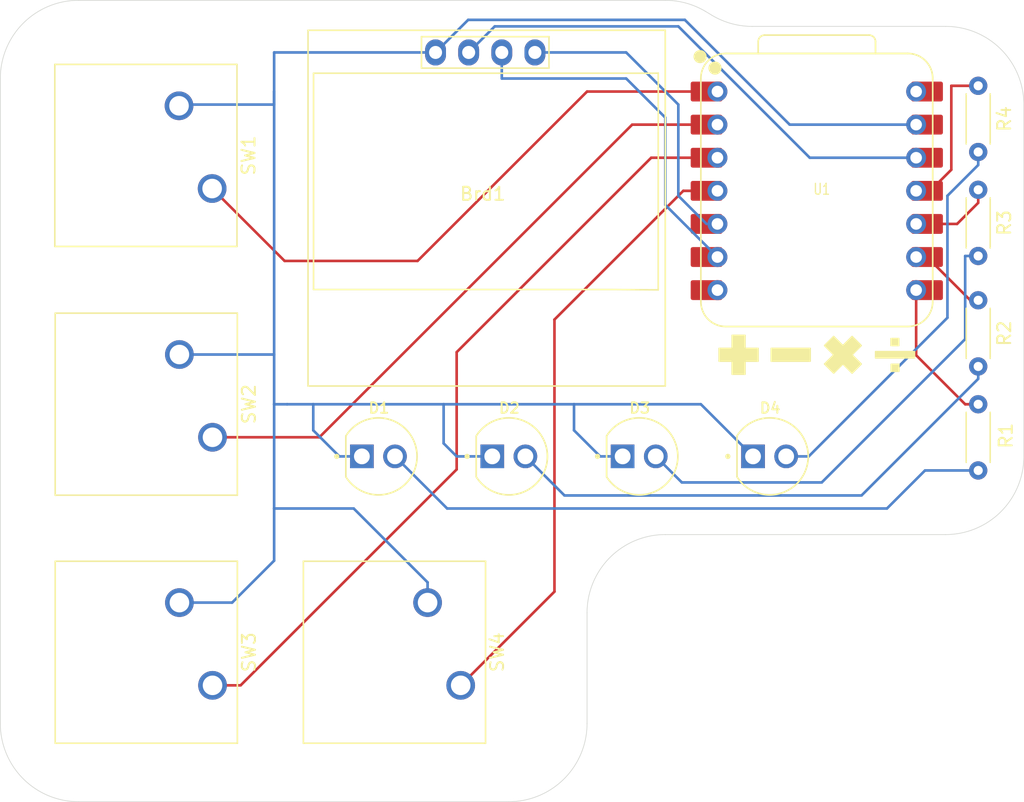
<source format=kicad_pcb>
(kicad_pcb (version 20241229) (generator "pcbnew") (generator_version "9.0")
  (layers (0 "F.Cu" signal) (2 "B.Cu" signal) (13 "F.Paste" user) (15 "B.Paste" user) (5 "F.SilkS" user "F.Silkscreen") (7 "B.SilkS" user "B.Silkscreen") (1 "F.Mask" user) (3 "B.Mask" user) (25 "Edge.Cuts" user))
  (net 0 "")
  (net 1 "Net-(D1-PadA)")
  (net 2 "GND")
  (net 3 "Net-(D2-PadA)")
  (net 4 "Net-(D3-PadA)")
  (net 5 "LED1")
  (net 6 "LED2")
  (net 7 "LED3")
  (net 8 "button1")
  (net 9 "button2")
  (net 10 "button3")
  (net 13 "OLED_SCL")
  (net 14 "3V3")
  (net 15 "OLED_SDA")
  (net 16 "Net-(D4-PadA)")
  (net 17 "LED4")
  (net 18 "button4")
  (footprint "Resistor_THT:R_Axial_DIN0204_L3.6mm_D1.6mm_P5.08mm_Horizontal" (layer "F.Cu") (at 162 71.09922 90)
    (property "Reference" "R2" (at 2.54 2 90) (layer "F.SilkS"))
    (property "Value" "R")
    (fp_line (start 0.62 -0.92) (end 4.46 -0.92) (stroke (width 0.12)) (layer "F.SilkS"))
    (fp_line (start 0.62 0.92) (end 4.46 0.92) (stroke (width 0.12)) (layer "F.SilkS"))
    (pad "1" thru_hole circle (at 0 0 90) (size 1.4 1.4) (drill 0.7) (layers "*.Cu" "*.Mask") (net 3 "Net-(D2-PadA)"))
    (pad "2" thru_hole circle (at 5.08 0 90) (size 1.4 1.4) (drill 0.7) (layers "*.Cu" "*.Mask") (net 6 "LED2"))
  )
  (footprint "Pathfinder-footprints:XIAO-RP2040-DIP" (layer "F.Cu") (at 149.62 57.62)
    (property "Reference" "U1" (at 0.38 -0.12 0) (layer "F.SilkS") (effects (font (size 0.835 0.635) (thickness 0.1016))))
    (property "Value" "XIAO-RP2040-DIP")
    (fp_line (start -8.89 8.509) (end -8.89 -8.636) (stroke (width 0.127)) (layer "F.SilkS"))
    (fp_line (start -6.985 10.414) (end 6.985 10.414) (stroke (width 0.127)) (layer "F.SilkS"))
    (fp_line (start -4.495 -10.541) (end -4.491272 -11.451272) (stroke (width 0.127)) (layer "F.SilkS"))
    (fp_line (start -3.991272 -11.951) (end 4.004 -11.951) (stroke (width 0.127)) (layer "F.SilkS"))
    (fp_line (start 4.504 -11.451) (end 4.504 -10.541) (stroke (width 0.127)) (layer "F.SilkS"))
    (fp_line (start 6.985 -10.541) (end -6.985 -10.541) (stroke (width 0.1)) (layer "F.SilkS"))
    (fp_line (start 6.985 -10.541) (end -6.985 -10.541) (stroke (width 0.127)) (layer "F.SilkS"))
    (fp_line (start 8.89 8.509) (end 8.89 -8.636) (stroke (width 0.127)) (layer "F.SilkS"))
    (fp_arc (start -8.89 -8.636) (mid -8.332038 -9.983038) (end -6.985 -10.541) (stroke (width 0.127)) (layer "F.SilkS"))
    (fp_arc (start -6.985 10.414) (mid -8.332038 9.856038) (end -8.89 8.509) (stroke (width 0.127)) (layer "F.SilkS"))
    (fp_arc (start -4.491272 -11.451272) (mid -4.344728 -11.80464) (end -3.991272 -11.951) (stroke (width 0.127)) (layer "F.SilkS"))
    (fp_arc (start 4.004 -11.951) (mid 4.357553 -11.804553) (end 4.504 -11.451) (stroke (width 0.127)) (layer "F.SilkS"))
    (fp_arc (start 6.985 -10.541) (mid 8.332038 -9.983038) (end 8.89 -8.636) (stroke (width 0.127)) (layer "F.SilkS"))
    (fp_arc (start 8.89 8.509) (mid 8.332038 9.856038) (end 6.985 10.414) (stroke (width 0.127)) (layer "F.SilkS"))
    (fp_circle (center -8.95 -10.3) (end -8.95 -10.554) (stroke (width 0.5)) (fill yes) (layer "F.SilkS"))
    (fp_circle (center -7.807 -9.42) (end -7.807 -9.674) (stroke (width 0.5)) (fill yes) (layer "F.SilkS"))
    (pad "1" smd roundrect (at -8.455 -7.62 180) (size 2.432 1.524) (layers "F.Cu" "F.Mask") (roundrect_rratio 0.1) (net 8 "button1"))
    (pad "1" thru_hole circle (at -7.62 -7.62 180) (size 1.524 1.524) (drill 0.889) (layers "*.Cu" "*.Mask") (net 8 "button1"))
    (pad "2" smd roundrect (at -8.455 -5.08 180) (size 2.432 1.524) (layers "F.Cu" "F.Mask") (roundrect_rratio 0.1) (net 9 "button2"))
    (pad "2" thru_hole circle (at -7.62 -5.08 180) (size 1.524 1.524) (drill 0.889) (layers "*.Cu" "*.Mask") (net 9 "button2"))
    (pad "3" smd roundrect (at -8.455 -2.54 180) (size 2.432 1.524) (layers "F.Cu" "F.Mask") (roundrect_rratio 0.1) (net 10 "button3"))
    (pad "3" thru_hole circle (at -7.62 -2.54 180) (size 1.524 1.524) (drill 0.889) (layers "*.Cu" "*.Mask") (net 10 "button3"))
    (pad "4" smd roundrect (at -8.455 0 180) (size 2.432 1.524) (layers "F.Cu" "F.Mask") (roundrect_rratio 0.1) (net 18 "button4"))
    (pad "4" thru_hole circle (at -7.62 0 180) (size 1.524 1.524) (drill 0.889) (layers "*.Cu" "*.Mask") (net 18 "button4"))
    (pad "5" smd roundrect (at -8.455 2.54 180) (size 2.432 1.524) (layers "F.Cu" "F.Mask") (roundrect_rratio 0.1) (net 15 "OLED_SDA"))
    (pad "5" thru_hole circle (at -7.62 2.54 180) (size 1.524 1.524) (drill 0.889) (layers "*.Cu" "*.Mask") (net 15 "OLED_SDA"))
    (pad "6" smd roundrect (at -8.455 5.08 180) (size 2.432 1.524) (layers "F.Cu" "F.Mask") (roundrect_rratio 0.1) (net 13 "OLED_SCL"))
    (pad "6" thru_hole circle (at -7.62 5.08 180) (size 1.524 1.524) (drill 0.889) (layers "*.Cu" "*.Mask") (net 13 "OLED_SCL"))
    (pad "7" smd roundrect (at -8.455 7.62 180) (size 2.432 1.524) (layers "F.Cu" "F.Mask") (roundrect_rratio 0.1))
    (pad "7" thru_hole circle (at -7.62 7.62 180) (size 1.524 1.524) (drill 0.889) (layers "*.Cu" "*.Mask"))
    (pad "8" thru_hole circle (at 7.62 7.62) (size 1.524 1.524) (drill 0.889) (layers "*.Cu" "*.Mask") (net 5 "LED1"))
    (pad "8" smd roundrect (at 8.455 7.62) (size 2.432 1.524) (layers "F.Cu" "F.Mask") (roundrect_rratio 0.1) (net 5 "LED1"))
    (pad "9" thru_hole circle (at 7.62 5.08) (size 1.524 1.524) (drill 0.889) (layers "*.Cu" "*.Mask") (net 6 "LED2"))
    (pad "9" smd roundrect (at 8.455 5.08) (size 2.432 1.524) (layers "F.Cu" "F.Mask") (roundrect_rratio 0.1) (net 6 "LED2"))
    (pad "10" thru_hole circle (at 7.62 2.54) (size 1.524 1.524) (drill 0.889) (layers "*.Cu" "*.Mask") (net 7 "LED3"))
    (pad "10" smd roundrect (at 8.455 2.54) (size 2.432 1.524) (layers "F.Cu" "F.Mask") (roundrect_rratio 0.1) (net 7 "LED3"))
    (pad "11" thru_hole circle (at 7.62 0) (size 1.524 1.524) (drill 0.889) (layers "*.Cu" "*.Mask") (net 17 "LED4"))
    (pad "11" smd roundrect (at 8.455 0) (size 2.432 1.524) (layers "F.Cu" "F.Mask") (roundrect_rratio 0.1) (net 17 "LED4"))
    (pad "12" thru_hole circle (at 7.62 -2.54) (size 1.524 1.524) (drill 0.889) (layers "*.Cu" "*.Mask") (net 14 "3V3"))
    (pad "12" smd roundrect (at 8.455 -2.54) (size 2.432 1.524) (layers "F.Cu" "F.Mask") (roundrect_rratio 0.1) (net 14 "3V3"))
    (pad "13" thru_hole circle (at 7.62 -5.08) (size 1.524 1.524) (drill 0.889) (layers "*.Cu" "*.Mask") (net 2 "GND"))
    (pad "13" smd roundrect (at 8.455 -5.08) (size 2.432 1.524) (layers "F.Cu" "F.Mask") (roundrect_rratio 0.1) (net 2 "GND"))
    (pad "14" thru_hole circle (at 7.62 -7.62) (size 1.524 1.524) (drill 0.889) (layers "*.Cu" "*.Mask"))
    (pad "14" smd roundrect (at 8.455 -7.62) (size 2.432 1.524) (layers "F.Cu" "F.Mask") (roundrect_rratio 0.1))
  )
  (footprint "Button_Switch_Keyboard:SW_Cherry_MX_1.00u_PCB" (layer "F.Cu") (at 122.309269 95.571068 -90)
    (property "Reference" "SW4" (at -2.54 -2.794 90) (layer "F.SilkS"))
    (property "Value" "SW_Push")
    (fp_line (start -9.525 12.065) (end -9.525 -1.905) (stroke (width 0.12)) (layer "F.SilkS"))
    (fp_line (start 4.445 12.065) (end -9.525 12.065) (stroke (width 0.12)) (layer "F.SilkS"))
    (fp_line (start -9.525 -1.905) (end 4.445 -1.905) (stroke (width 0.12)) (layer "F.SilkS"))
    (fp_line (start 4.445 -1.905) (end 4.445 12.065) (stroke (width 0.12)) (layer "F.SilkS"))
    (pad "" np_thru_hole circle (at -7.62 5.08 270) (size 1.7 1.7) (drill 1.7) (layers "*.Cu" "*.Mask"))
    (pad "" np_thru_hole circle (at -2.54 5.08 270) (size 4 4) (drill 4) (layers "*.Cu" "*.Mask"))
    (pad "" np_thru_hole circle (at 2.54 5.08 270) (size 1.7 1.7) (drill 1.7) (layers "*.Cu" "*.Mask"))
    (pad "1" thru_hole circle (at 0 0 270) (size 2.2 2.2) (drill 1.5) (layers "*.Cu" "*.Mask") (net 18 "button4"))
    (pad "2" thru_hole circle (at -6.35 2.54 270) (size 2.2 2.2) (drill 1.5) (layers "*.Cu" "*.Mask") (net 2 "GND"))
  )
  (footprint "Button_Switch_Keyboard:SW_Cherry_MX_1.00u_PCB" (layer "F.Cu") (at 103.276131 95.571068 -90)
    (property "Reference" "SW3" (at -2.54 -2.794 90) (layer "F.SilkS"))
    (property "Value" "SW_Push")
    (fp_line (start -9.525 12.065) (end -9.525 -1.905) (stroke (width 0.12)) (layer "F.SilkS"))
    (fp_line (start 4.445 12.065) (end -9.525 12.065) (stroke (width 0.12)) (layer "F.SilkS"))
    (fp_line (start -9.525 -1.905) (end 4.445 -1.905) (stroke (width 0.12)) (layer "F.SilkS"))
    (fp_line (start 4.445 -1.905) (end 4.445 12.065) (stroke (width 0.12)) (layer "F.SilkS"))
    (pad "" np_thru_hole circle (at -7.62 5.08 270) (size 1.7 1.7) (drill 1.7) (layers "*.Cu" "*.Mask"))
    (pad "" np_thru_hole circle (at -2.54 5.08 270) (size 4 4) (drill 4) (layers "*.Cu" "*.Mask"))
    (pad "" np_thru_hole circle (at 2.54 5.08 270) (size 1.7 1.7) (drill 1.7) (layers "*.Cu" "*.Mask"))
    (pad "1" thru_hole circle (at 0 0 270) (size 2.2 2.2) (drill 1.5) (layers "*.Cu" "*.Mask") (net 10 "button3"))
    (pad "2" thru_hole circle (at -6.35 2.54 270) (size 2.2 2.2) (drill 1.5) (layers "*.Cu" "*.Mask") (net 2 "GND"))
  )
  (footprint "Resistor_THT:R_Axial_DIN0204_L3.6mm_D1.6mm_P5.08mm_Horizontal" (layer "F.Cu") (at 162 79.08 90)
    (property "Reference" "R1" (at 2.665057 2.116841 90) (layer "F.SilkS"))
    (property "Value" "R")
    (fp_line (start 0.62 -0.92) (end 4.46 -0.92) (stroke (width 0.12)) (layer "F.SilkS"))
    (fp_line (start 0.62 0.92) (end 4.46 0.92) (stroke (width 0.12)) (layer "F.SilkS"))
    (pad "1" thru_hole circle (at 0 0 90) (size 1.4 1.4) (drill 0.7) (layers "*.Cu" "*.Mask") (net 1 "Net-(D1-PadA)"))
    (pad "2" thru_hole circle (at 5.08 0 90) (size 1.4 1.4) (drill 0.7) (layers "*.Cu" "*.Mask") (net 5 "LED1"))
  )
  (footprint "Button_Switch_Keyboard:SW_Cherry_MX_1.00u_PCB" (layer "F.Cu") (at 103.245167 57.44397 -90)
    (property "Reference" "SW1" (at -2.54 -2.794 90) (layer "F.SilkS"))
    (property "Value" "SW_Push")
    (fp_line (start -9.525 12.065) (end -9.525 -1.905) (stroke (width 0.12)) (layer "F.SilkS"))
    (fp_line (start 4.445 12.065) (end -9.525 12.065) (stroke (width 0.12)) (layer "F.SilkS"))
    (fp_line (start -9.525 -1.905) (end 4.445 -1.905) (stroke (width 0.12)) (layer "F.SilkS"))
    (fp_line (start 4.445 -1.905) (end 4.445 12.065) (stroke (width 0.12)) (layer "F.SilkS"))
    (pad "" np_thru_hole circle (at -7.62 5.08 270) (size 1.7 1.7) (drill 1.7) (layers "*.Cu" "*.Mask"))
    (pad "" np_thru_hole circle (at -2.54 5.08 270) (size 4 4) (drill 4) (layers "*.Cu" "*.Mask"))
    (pad "" np_thru_hole circle (at 2.54 5.08 270) (size 1.7 1.7) (drill 1.7) (layers "*.Cu" "*.Mask"))
    (pad "1" thru_hole circle (at 0 0 270) (size 2.2 2.2) (drill 1.5) (layers "*.Cu" "*.Mask") (net 8 "button1"))
    (pad "2" thru_hole circle (at -6.35 2.54 270) (size 2.2 2.2) (drill 1.5) (layers "*.Cu" "*.Mask") (net 2 "GND"))
  )
  (footprint "Pathfinder-footprints:LEDRD254W57D500H1070" (layer "F.Cu") (at 146 78)
    (property "Reference" "D4" (at 0.04 -3.708 0) (layer "F.SilkS") (effects (font (size 0.8 0.8))))
    (property "Value" "L08R5000Q1")
    (fp_line (start -2.5 -1.566) (end -2.5 1.566) (stroke (width 0.127)) (layer "F.SilkS"))
    (fp_arc (start -2.5 -1.566) (mid 2.961291 0) (end -2.5 1.566) (stroke (width 0.127)) (layer "F.SilkS"))
    (fp_circle (center -3.2 0) (end -3.1 0) (stroke (width 0.2)) (fill no) (layer "F.SilkS"))
    (pad "A" thru_hole circle (at 1.27 0) (size 1.815 1.815) (drill 1.21) (layers "*.Cu" "*.Mask") (net 16 "Net-(D4-PadA)"))
    (pad "C" thru_hole rect (at -1.27 0) (size 1.815 1.815) (drill 1.21) (layers "*.Cu" "*.Mask") (net 2 "GND"))
  )
  (footprint "Pathfinder-footprints:LEDRD254W57D500H1070" (layer "F.Cu") (at 116 78)
    (property "Reference" "D1" (at 0.04 -3.708 0) (layer "F.SilkS") (effects (font (size 0.8 0.8))))
    (property "Value" "L08R5000Q1")
    (fp_line (start -2.5 -1.566) (end -2.5 1.566) (stroke (width 0.127)) (layer "F.SilkS"))
    (fp_arc (start -2.5 -1.566) (mid 2.961291 0) (end -2.5 1.566) (stroke (width 0.127)) (layer "F.SilkS"))
    (fp_circle (center -3.2 0) (end -3.1 0) (stroke (width 0.2)) (fill no) (layer "F.SilkS"))
    (pad "A" thru_hole circle (at 1.27 0) (size 1.815 1.815) (drill 1.21) (layers "*.Cu" "*.Mask") (net 1 "Net-(D1-PadA)"))
    (pad "C" thru_hole rect (at -1.27 0) (size 1.815 1.815) (drill 1.21) (layers "*.Cu" "*.Mask") (net 2 "GND"))
  )
  (footprint "Pathfinder-footprints:LEDRD254W57D500H1070" (layer "F.Cu") (at 136 78)
    (property "Reference" "D3" (at 0.04 -3.708 0) (layer "F.SilkS") (effects (font (size 0.8 0.8))))
    (property "Value" "L08R5000Q1")
    (fp_line (start -2.5 -1.566) (end -2.5 1.566) (stroke (width 0.127)) (layer "F.SilkS"))
    (fp_arc (start -2.5 -1.566) (mid 2.961291 0) (end -2.5 1.566) (stroke (width 0.127)) (layer "F.SilkS"))
    (fp_circle (center -3.2 0) (end -3.1 0) (stroke (width 0.2)) (fill no) (layer "F.SilkS"))
    (pad "A" thru_hole circle (at 1.27 0) (size 1.815 1.815) (drill 1.21) (layers "*.Cu" "*.Mask") (net 4 "Net-(D3-PadA)"))
    (pad "C" thru_hole rect (at -1.27 0) (size 1.815 1.815) (drill 1.21) (layers "*.Cu" "*.Mask") (net 2 "GND"))
  )
  (footprint "Pathfinder-footprints:128x64OLED" (layer "F.Cu") (at 124 57.6)
    (property "Reference" "Brd1" (at 0 0.254 0) (layer "F.SilkS"))
    (property "Value" "SSD1306")
    (fp_line (start -13.4 -12.3) (end 14 -12.3) (stroke (width 0.12)) (layer "F.SilkS"))
    (fp_line (start -13.4 15) (end -13.4 -12.3) (stroke (width 0.12)) (layer "F.SilkS"))
    (fp_line (start -12.978 -9.005) (end 10.122 -9.005) (stroke (width 0.12)) (layer "F.SilkS"))
    (fp_line (start -12.978 7.595) (end -12.978 -9.005) (stroke (width 0.12)) (layer "F.SilkS"))
    (fp_line (start -4.699 -11.811) (end -4.699 -9.398) (stroke (width 0.12)) (layer "F.SilkS"))
    (fp_line (start -4.699 -11.811) (end 5.08 -11.811) (stroke (width 0.12)) (layer "F.SilkS"))
    (fp_line (start 5.08 -11.811) (end 5.08 -9.398) (stroke (width 0.12)) (layer "F.SilkS"))
    (fp_line (start 5.08 -9.398) (end -4.699 -9.398) (stroke (width 0.12)) (layer "F.SilkS"))
    (fp_line (start 10.122 -9.005) (end 13.208 -9.005) (stroke (width 0.12)) (layer "F.SilkS"))
    (fp_line (start 10.122 7.595) (end -12.978 7.595) (stroke (width 0.12)) (layer "F.SilkS"))
    (fp_line (start 10.122 7.595) (end 13.462 7.62) (stroke (width 0.12)) (layer "F.SilkS"))
    (fp_line (start 13.462 -9.017) (end 13.208 -9.005) (stroke (width 0.12)) (layer "F.SilkS"))
    (fp_line (start 13.462 7.62) (end 13.462 -9.017) (stroke (width 0.12)) (layer "F.SilkS"))
    (fp_line (start 14 -12.3) (end 14 15) (stroke (width 0.12)) (layer "F.SilkS"))
    (fp_line (start 14 15) (end -13.4 15) (stroke (width 0.12)) (layer "F.SilkS"))
    (pad "1" thru_hole oval (at -3.62 -10.6 90) (size 2 1.6) (drill 1) (layers "*.Cu" "*.Mask") (net 2 "GND"))
    (pad "2" thru_hole oval (at -1.08 -10.6 90) (size 2 1.6) (drill 1) (layers "*.Cu" "*.Mask") (net 14 "3V3"))
    (pad "3" thru_hole oval (at 1.46 -10.6 90) (size 2 1.6) (drill 1) (layers "*.Cu" "*.Mask") (net 13 "OLED_SCL"))
    (pad "4" thru_hole oval (at 4 -10.6 90) (size 2 1.6) (drill 1) (layers "*.Cu" "*.Mask") (net 15 "OLED_SDA"))
  )
  (footprint "Resistor_THT:R_Axial_DIN0204_L3.6mm_D1.6mm_P5.08mm_Horizontal" (layer "F.Cu") (at 162 54.63922 90)
    (property "Reference" "R4" (at 2.54 2 90) (layer "F.SilkS"))
    (property "Value" "R")
    (fp_line (start 0.62 -0.92) (end 4.46 -0.92) (stroke (width 0.12)) (layer "F.SilkS"))
    (fp_line (start 0.62 0.92) (end 4.46 0.92) (stroke (width 0.12)) (layer "F.SilkS"))
    (pad "1" thru_hole circle (at 0 0 90) (size 1.4 1.4) (drill 0.7) (layers "*.Cu" "*.Mask") (net 16 "Net-(D4-PadA)"))
    (pad "2" thru_hole circle (at 5.08 0 90) (size 1.4 1.4) (drill 0.7) (layers "*.Cu" "*.Mask") (net 17 "LED4"))
  )
  (footprint "Pathfinder-footprints:LEDRD254W57D500H1070" (layer "F.Cu") (at 126 78)
    (property "Reference" "D2" (at 0.04 -3.708 0) (layer "F.SilkS") (effects (font (size 0.8 0.8))))
    (property "Value" "L08R5000Q1")
    (fp_line (start -2.5 -1.566) (end -2.5 1.566) (stroke (width 0.127)) (layer "F.SilkS"))
    (fp_arc (start -2.5 -1.566) (mid 2.961291 0) (end -2.5 1.566) (stroke (width 0.127)) (layer "F.SilkS"))
    (fp_circle (center -3.2 0) (end -3.1 0) (stroke (width 0.2)) (fill no) (layer "F.SilkS"))
    (pad "A" thru_hole circle (at 1.27 0) (size 1.815 1.815) (drill 1.21) (layers "*.Cu" "*.Mask") (net 3 "Net-(D2-PadA)"))
    (pad "C" thru_hole rect (at -1.27 0) (size 1.815 1.815) (drill 1.21) (layers "*.Cu" "*.Mask") (net 2 "GND"))
  )
  (footprint "Resistor_THT:R_Axial_DIN0204_L3.6mm_D1.6mm_P5.08mm_Horizontal" (layer "F.Cu") (at 162 62.62 90)
    (property "Reference" "R3" (at 2.54 2 90) (layer "F.SilkS"))
    (property "Value" "R")
    (fp_line (start 0.62 -0.92) (end 4.46 -0.92) (stroke (width 0.12)) (layer "F.SilkS"))
    (fp_line (start 0.62 0.92) (end 4.46 0.92) (stroke (width 0.12)) (layer "F.SilkS"))
    (pad "1" thru_hole circle (at 0 0 90) (size 1.4 1.4) (drill 0.7) (layers "*.Cu" "*.Mask") (net 4 "Net-(D3-PadA)"))
    (pad "2" thru_hole circle (at 5.08 0 90) (size 1.4 1.4) (drill 0.7) (layers "*.Cu" "*.Mask") (net 7 "LED3"))
  )
  (footprint "Button_Switch_Keyboard:SW_Cherry_MX_1.00u_PCB" (layer "F.Cu") (at 103.273992 76.532941 -90)
    (property "Reference" "SW2" (at -2.54 -2.794 90) (layer "F.SilkS"))
    (property "Value" "SW_Push")
    (fp_line (start -9.525 12.065) (end -9.525 -1.905) (stroke (width 0.12)) (layer "F.SilkS"))
    (fp_line (start 4.445 12.065) (end -9.525 12.065) (stroke (width 0.12)) (layer "F.SilkS"))
    (fp_line (start -9.525 -1.905) (end 4.445 -1.905) (stroke (width 0.12)) (layer "F.SilkS"))
    (fp_line (start 4.445 -1.905) (end 4.445 12.065) (stroke (width 0.12)) (layer "F.SilkS"))
    (pad "" np_thru_hole circle (at -7.62 5.08 270) (size 1.7 1.7) (drill 1.7) (layers "*.Cu" "*.Mask"))
    (pad "" np_thru_hole circle (at -2.54 5.08 270) (size 4 4) (drill 4) (layers "*.Cu" "*.Mask"))
    (pad "" np_thru_hole circle (at 2.54 5.08 270) (size 1.7 1.7) (drill 1.7) (layers "*.Cu" "*.Mask"))
    (pad "1" thru_hole circle (at 0 0 270) (size 2.2 2.2) (drill 1.5) (layers "*.Cu" "*.Mask") (net 9 "button2"))
    (pad "2" thru_hole circle (at -6.35 2.54 270) (size 2.2 2.2) (drill 1.5) (layers "*.Cu" "*.Mask") (net 2 "GND"))
  )
  (gr_rect (start 146.121379 69.702458) (end 149.121379 70.702458) (stroke (width 0.1)) (fill yes) (layer "F.SilkS"))
  (gr_rect (start 155.308756 68.947479) (end 155.911605 69.503472) (stroke (width 0.1)) (fill yes) (layer "F.SilkS"))
  (gr_poly (pts (xy 153.035593 70.909565) (xy 152.328486 71.616672) (xy 150.207165 69.495351) (xy 150.914272 68.788244)) (stroke (width 0.1)) (fill yes) (layer "F.SilkS"))
  (gr_rect (start 155.321685 70.924221) (end 155.924534 71.480214) (stroke (width 0.1)) (fill yes) (layer "F.SilkS"))
  (gr_rect (start 142.121379 69.702458) (end 145.121379 70.702458) (stroke (width 0.1)) (fill yes) (layer "F.SilkS"))
  (gr_poly (pts (xy 153.035593 69.495351) (xy 150.914272 71.616672) (xy 150.207165 70.909565) (xy 152.328486 68.788244)) (stroke (width 0.1)) (fill yes) (layer "F.SilkS"))
  (gr_rect (start 154.121379 69.950166) (end 157.121379 70.449076) (stroke (width 0.1)) (fill yes) (layer "F.SilkS"))
  (gr_rect (start 143.121379 68.702458) (end 144.121379 71.702458) (stroke (width 0.1)) (fill yes) (layer "F.SilkS"))
  (gr_line (start 138 84) (end 159.5 84) (stroke (width 0.05)) (layer "Edge.Cuts"))
  (gr_arc (start 93 104.5) (mid 88.757359 102.742641) (end 87 98.5) (stroke (width 0.05)) (layer "Edge.Cuts"))
  (gr_line (start 138.0048 43) (end 93 43) (stroke (width 0.05)) (layer "Edge.Cuts"))
  (gr_line (start 87 49) (end 87 98.5) (stroke (width 0.05)) (layer "Edge.Cuts"))
  (gr_arc (start 144.6619 45) (mid 143.060302 44.782289) (end 141.574928 44.144957) (stroke (width 0.05)) (layer "Edge.Cuts"))
  (gr_arc (start 138.0048 43) (mid 139.606368 43.217701) (end 141.091737 43.855042) (stroke (width 0.05)) (layer "Edge.Cuts"))
  (gr_line (start 93 104.5) (end 126 104.5) (stroke (width 0.05)) (layer "Edge.Cuts"))
  (gr_arc (start 159.5 45) (mid 163.742641 46.757359) (end 165.5 51) (stroke (width 0.05)) (layer "Edge.Cuts"))
  (gr_line (start 159.5 45) (end 144.6619 45) (stroke (width 0.05)) (layer "Edge.Cuts"))
  (gr_line (start 141.574928 44.144957) (end 141.091737 43.855042) (stroke (width 0.05)) (layer "Edge.Cuts"))
  (gr_arc (start 165.5 78) (mid 163.742641 82.242641) (end 159.5 84) (stroke (width 0.05)) (layer "Edge.Cuts"))
  (gr_arc (start 132 98.5) (mid 130.242641 102.742641) (end 126 104.5) (stroke (width 0.05)) (layer "Edge.Cuts"))
  (gr_line (start 132 98.5) (end 132 90) (stroke (width 0.05)) (layer "Edge.Cuts"))
  (gr_arc (start 132 90) (mid 133.757359 85.757359) (end 138 84) (stroke (width 0.05)) (layer "Edge.Cuts"))
  (gr_arc (start 87 49) (mid 88.757359 44.757359) (end 93 43) (stroke (width 0.05)) (layer "Edge.Cuts"))
  (gr_line (start 165.5 78) (end 165.5 51) (stroke (width 0.05)) (layer "Edge.Cuts"))
  (segment (start 117.27 78) (end 118 78) (width 0.2) (layer "B.Cu") (net 1))
  (segment (start 162 79.08) (end 157.92 79.08) (width 0.2) (layer "B.Cu") (net 1))
  (segment (start 157.92 79.08) (end 155 82) (width 0.2) (layer "B.Cu") (net 1))
  (segment (start 155 82) (end 121.27 82) (width 0.2) (layer "B.Cu") (net 1))
  (segment (start 121.27 82) (end 117.27 78) (width 0.2) (layer "B.Cu") (net 1))
  (segment (start 119.769269 87.665434) (end 114.103835 82) (width 0.2) (layer "B.Cu") (net 2))
  (segment (start 133 78) (end 131 76) (width 0.2) (layer "B.Cu") (net 2))
  (segment (start 111 76) (end 111 74) (width 0.2) (layer "B.Cu") (net 2))
  (segment (start 131 76) (end 131 74) (width 0.2) (layer "B.Cu") (net 2))
  (segment (start 100.705167 51.09397) (end 100.799137 51) (width 0.2) (layer "B.Cu") (net 2))
  (segment (start 122 78) (end 124.73 78) (width 0.2) (layer "B.Cu") (net 2))
  (segment (start 144.73 78) (end 140.73 74) (width 0.2) (layer "B.Cu") (net 2))
  (segment (start 109 74) (end 108 74) (width 0.2) (layer "B.Cu") (net 2))
  (segment (start 120.38 47) (end 122.88 44.5) (width 0.2) (layer "B.Cu") (net 2))
  (segment (start 108 82) (end 108 74) (width 0.2) (layer "B.Cu") (net 2))
  (segment (start 100.799137 51) (end 108 51) (width 0.2) (layer "B.Cu") (net 2))
  (segment (start 108 74) (end 108 70.182941) (width 0.2) (layer "B.Cu") (net 2))
  (segment (start 108 50) (end 108 47) (width 0.2) (layer "B.Cu") (net 2))
  (segment (start 100.736131 89.221068) (end 104.778932 89.221068) (width 0.2) (layer "B.Cu") (net 2))
  (segment (start 140.73 74) (end 131 74) (width 0.2) (layer "B.Cu") (net 2))
  (segment (start 114.103835 82) (end 108 82) (width 0.2) (layer "B.Cu") (net 2))
  (segment (start 121 77) (end 121 74) (width 0.2) (layer "B.Cu") (net 2))
  (segment (start 119.769269 89.221068) (end 119.769269 87.665434) (width 0.2) (layer "B.Cu") (net 2))
  (segment (start 108 86) (end 108 82) (width 0.2) (layer "B.Cu") (net 2))
  (segment (start 121 74) (end 111 74) (width 0.2) (layer "B.Cu") (net 2))
  (segment (start 111 74) (end 109 74) (width 0.2) (layer "B.Cu") (net 2))
  (segment (start 108 47) (end 120.38 47) (width 0.2) (layer "B.Cu") (net 2))
  (segment (start 131 74) (end 121 74) (width 0.2) (layer "B.Cu") (net 2))
  (segment (start 122.88 44.5) (end 139.5 44.5) (width 0.2) (layer "B.Cu") (net 2))
  (segment (start 100.733992 70.182941) (end 108 70.182941) (width 0.2) (layer "B.Cu") (net 2))
  (segment (start 113 78) (end 114.73 78) (width 0.2) (layer "B.Cu") (net 2))
  (segment (start 139.5 44.5) (end 147.54 52.54) (width 0.2) (layer "B.Cu") (net 2))
  (segment (start 104.778932 89.221068) (end 108 86) (width 0.2) (layer "B.Cu") (net 2))
  (segment (start 147.54 52.54) (end 157.24 52.54) (width 0.2) (layer "B.Cu") (net 2))
  (segment (start 135.46 78) (end 133 78) (width 0.2) (layer "B.Cu") (net 2))
  (segment (start 113 78) (end 111 76) (width 0.2) (layer "B.Cu") (net 2))
  (segment (start 122 78) (end 121 77) (width 0.2) (layer "B.Cu") (net 2))
  (segment (start 108 70.182941) (end 108 50) (width 0.2) (layer "B.Cu") (net 2))
  (segment (start 108 51) (end 108 50) (width 0.2) (layer "B.Cu") (net 2))
  (segment (start 153.04961 81) (end 130.27 81) (width 0.2) (layer "B.Cu") (net 3))
  (segment (start 162 72.04961) (end 153.04961 81) (width 0.2) (layer "B.Cu") (net 3))
  (segment (start 162 71.09922) (end 162 72.04961) (width 0.2) (layer "B.Cu") (net 3))
  (segment (start 127.54 78.27) (end 127.54 78) (width 0.2) (layer "B.Cu") (net 3))
  (segment (start 130.27 81) (end 127.54 78.27) (width 0.2) (layer "B.Cu") (net 3))
  (segment (start 139.27 80) (end 137.635 78.365) (width 0.2) (layer "B.Cu") (net 4))
  (segment (start 150 80) (end 139.27 80) (width 0.2) (layer "B.Cu") (net 4))
  (segment (start 161 62.62) (end 161 69) (width 0.2) (layer "B.Cu") (net 4))
  (segment (start 161 69) (end 150 80) (width 0.2) (layer "B.Cu") (net 4))
  (segment (start 137.635 78.365) (end 138 78) (width 0.2) (layer "B.Cu") (net 4))
  (segment (start 162 62.62) (end 161 62.62) (width 0.2) (layer "B.Cu") (net 4))
  (segment (start 161 74) (end 157.24 70.24) (width 0.2) (layer "F.Cu") (net 5))
  (segment (start 157.24 70.24) (end 157.24 65.24) (width 0.2) (layer "F.Cu") (net 5))
  (segment (start 162 74) (end 161 74) (width 0.2) (layer "F.Cu") (net 5))
  (segment (start 161.39422 66.01922) (end 158.075 62.7) (width 0.2) (layer "F.Cu") (net 6))
  (segment (start 162 66.01922) (end 161.39422 66.01922) (width 0.2) (layer "F.Cu") (net 6))
  (segment (start 160.38 60.16) (end 158.075 60.16) (width 0.2) (layer "F.Cu") (net 7))
  (segment (start 162 57.54) (end 162 58.54) (width 0.2) (layer "F.Cu") (net 7))
  (segment (start 162 58.54) (end 160.38 60.16) (width 0.2) (layer "F.Cu") (net 7))
  (segment (start 108.801197 63) (end 119 63) (width 0.2) (layer "F.Cu") (net 8))
  (segment (start 119 63) (end 132 50) (width 0.2) (layer "F.Cu") (net 8))
  (segment (start 103.245167 57.44397) (end 108.801197 63) (width 0.2) (layer "F.Cu") (net 8))
  (segment (start 132 50) (end 142 50) (width 0.2) (layer "F.Cu") (net 8))
  (segment (start 135.46 52.54) (end 141.165 52.54) (width 0.2) (layer "F.Cu") (net 9))
  (segment (start 103.273992 76.532941) (end 111.467059 76.532941) (width 0.2) (layer "F.Cu") (net 9))
  (segment (start 111.467059 76.532941) (end 135.46 52.54) (width 0.2) (layer "F.Cu") (net 9))
  (segment (start 122 79) (end 122 70) (width 0.2) (layer "F.Cu") (net 10))
  (segment (start 105.428932 95.571068) (end 122 79) (width 0.2) (layer "F.Cu") (net 10))
  (segment (start 136.92 55.08) (end 142 55.08) (width 0.2) (layer "F.Cu") (net 10))
  (segment (start 122 70) (end 136.92 55.08) (width 0.2) (layer "F.Cu") (net 10))
  (segment (start 103.276131 95.571068) (end 105.428932 95.571068) (width 0.2) (layer "F.Cu") (net 10))
  (segment (start 125.46 47.23763) (end 125.46 47) (width 0.2) (layer "F.Cu") (net 13))
  (segment (start 142 62.7) (end 140.92237 62.7) (width 0.2) (layer "F.Cu") (net 13))
  (segment (start 138 52) (end 135 49) (width 0.2) (layer "B.Cu") (net 13))
  (segment (start 135 49) (end 125.46 49) (width 0.2) (layer "B.Cu") (net 13))
  (segment (start 125.46 49) (end 125.46 47.23763) (width 0.2) (layer "B.Cu") (net 13))
  (segment (start 142 62.7) (end 138 58.7) (width 0.2) (layer "B.Cu") (net 13))
  (segment (start 138 58.7) (end 138 52) (width 0.2) (layer "B.Cu") (net 13))
  (segment (start 122.92 47) (end 124.92 45) (width 0.2) (layer "B.Cu") (net 14))
  (segment (start 149.08 55.08) (end 157.24 55.08) (width 0.2) (layer "B.Cu") (net 14))
  (segment (start 124.92 45) (end 139 45) (width 0.2) (layer "B.Cu") (net 14))
  (segment (start 139 45) (end 149.08 55.08) (width 0.2) (layer "B.Cu") (net 14))
  (segment (start 142 60.16) (end 141.16 60.16) (width 0.2) (layer "F.Cu") (net 15))
  (segment (start 135 47) (end 128 47) (width 0.2) (layer "B.Cu") (net 15))
  (segment (start 139 51) (end 135 47) (width 0.2) (layer "B.Cu") (net 15))
  (segment (start 141.16 60.16) (end 139 58) (width 0.2) (layer "B.Cu") (net 15))
  (segment (start 139 58) (end 139 51) (width 0.2) (layer "B.Cu") (net 15))
  (segment (start 159.63922 58) (end 159.63922 67.36078) (width 0.2) (layer "B.Cu") (net 16))
  (segment (start 162 54.63922) (end 162 55.63922) (width 0.2) (layer "B.Cu") (net 16))
  (segment (start 162 55.63922) (end 159.63922 58) (width 0.2) (layer "B.Cu") (net 16))
  (segment (start 159.63922 67.36078) (end 149 78) (width 0.2) (layer "B.Cu") (net 16))
  (segment (start 149 78) (end 147.27 78) (width 0.2) (layer "B.Cu") (net 16))
  (segment (start 158.31763 57.62) (end 159.93763 56) (width 0.2) (layer "F.Cu") (net 17))
  (segment (start 159.93763 56) (end 159.93763 49.55922) (width 0.2) (layer "F.Cu") (net 17))
  (segment (start 159.93763 49.55922) (end 162 49.55922) (width 0.2) (layer "F.Cu") (net 17))
  (segment (start 157.24 57.62) (end 158.31763 57.62) (width 0.2) (layer "F.Cu") (net 17))
  (segment (start 122.309269 95.571068) (end 129.5 88.380337) (width 0.2) (layer "F.Cu") (net 18))
  (segment (start 129.5 88.380337) (end 129.5 67.5) (width 0.2) (layer "F.Cu") (net 18))
  (segment (start 129.5 67.5) (end 139.38 57.62) (width 0.2) (layer "F.Cu") (net 18))
  (segment (start 139.38 57.62) (end 142 57.62) (width 0.2) (layer "F.Cu") (net 18))
)
</source>
